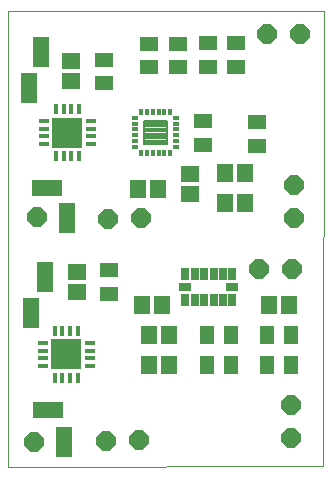
<source format=gts>
G75*
%MOIN*%
%OFA0B0*%
%FSLAX25Y25*%
%IPPOS*%
%LPD*%
%AMOC8*
5,1,8,0,0,1.08239X$1,22.5*
%
%ADD10C,0.00000*%
%ADD11R,0.05518X0.06306*%
%ADD12R,0.02756X0.04331*%
%ADD13R,0.04331X0.02756*%
%ADD14R,0.04731X0.05912*%
%ADD15R,0.10236X0.10236*%
%ADD16R,0.03543X0.01772*%
%ADD17R,0.01772X0.03543*%
%ADD18R,0.05912X0.04731*%
%ADD19R,0.06306X0.05518*%
%ADD20OC8,0.06400*%
%ADD21R,0.05400X0.10400*%
%ADD22R,0.10400X0.05400*%
%ADD23R,0.01969X0.01181*%
%ADD24R,0.02165X0.01181*%
%ADD25R,0.01181X0.01969*%
%ADD26R,0.01181X0.02165*%
%ADD27C,0.00800*%
D10*
X0020728Y0001000D02*
X0020675Y0152867D01*
X0125931Y0152769D01*
X0125743Y0001103D01*
X0020728Y0001000D01*
D11*
X0065335Y0054908D03*
X0072027Y0054908D03*
X0074307Y0044989D03*
X0067614Y0044989D03*
X0067614Y0034989D03*
X0074307Y0034989D03*
X0107614Y0054989D03*
X0114307Y0054989D03*
X0099602Y0089004D03*
X0092909Y0089004D03*
X0092919Y0098953D03*
X0099612Y0098953D03*
X0070724Y0093529D03*
X0064031Y0093529D03*
D12*
X0079781Y0065130D03*
X0082931Y0065130D03*
X0086080Y0065130D03*
X0089230Y0065130D03*
X0092380Y0065130D03*
X0095529Y0065130D03*
X0095529Y0056468D03*
X0092380Y0056468D03*
X0089230Y0056468D03*
X0086080Y0056468D03*
X0082931Y0056468D03*
X0079781Y0056468D03*
D13*
X0079781Y0060799D03*
X0095529Y0060799D03*
D14*
X0094897Y0044989D03*
X0087023Y0044989D03*
X0087023Y0034989D03*
X0094897Y0034989D03*
X0107023Y0034989D03*
X0114897Y0034989D03*
X0114897Y0044989D03*
X0107023Y0044989D03*
D15*
X0040116Y0038399D03*
X0040507Y0112353D03*
D16*
X0032633Y0113632D03*
X0032633Y0116191D03*
X0032633Y0111073D03*
X0032633Y0108514D03*
X0048381Y0108514D03*
X0048381Y0111073D03*
X0048381Y0113632D03*
X0048381Y0116191D03*
X0047990Y0042238D03*
X0047990Y0039678D03*
X0047990Y0037119D03*
X0047990Y0034560D03*
X0032242Y0034560D03*
X0032242Y0037119D03*
X0032242Y0039678D03*
X0032242Y0042238D03*
D17*
X0036277Y0046273D03*
X0038836Y0046273D03*
X0041396Y0046273D03*
X0043955Y0046273D03*
X0043955Y0030525D03*
X0041396Y0030525D03*
X0038836Y0030525D03*
X0036277Y0030525D03*
X0036668Y0104479D03*
X0039227Y0104479D03*
X0041786Y0104479D03*
X0044345Y0104479D03*
X0044345Y0120227D03*
X0041786Y0120227D03*
X0039227Y0120227D03*
X0036668Y0120227D03*
D18*
X0052583Y0128710D03*
X0052583Y0136584D03*
X0067853Y0134129D03*
X0067853Y0142003D03*
X0077537Y0141992D03*
X0077537Y0134118D03*
X0087254Y0134200D03*
X0087254Y0142074D03*
X0096847Y0142047D03*
X0096847Y0134173D03*
X0103589Y0115783D03*
X0103589Y0107909D03*
X0085638Y0108257D03*
X0085638Y0116131D03*
X0054310Y0066558D03*
X0054310Y0058684D03*
D19*
X0043849Y0059250D03*
X0043849Y0065943D03*
X0081528Y0091781D03*
X0081528Y0098474D03*
X0041805Y0129623D03*
X0041805Y0136316D03*
D20*
X0030300Y0084072D03*
X0054176Y0083618D03*
X0065132Y0083984D03*
X0104434Y0066804D03*
X0115292Y0066816D03*
X0115939Y0083988D03*
X0116168Y0094892D03*
X0118181Y0145270D03*
X0106971Y0145161D03*
X0115022Y0021425D03*
X0114926Y0010543D03*
X0064435Y0009706D03*
X0053419Y0009599D03*
X0029365Y0009036D03*
D21*
X0039484Y0009269D03*
X0028276Y0052355D03*
X0033154Y0064268D03*
X0040261Y0083818D03*
X0027554Y0127327D03*
X0031753Y0139185D03*
D22*
X0033709Y0093720D03*
X0033934Y0019728D03*
D23*
X0063027Y0107479D03*
X0063027Y0117321D03*
X0076806Y0117321D03*
X0076806Y0107479D03*
D24*
X0076708Y0109447D03*
X0076708Y0111416D03*
X0076708Y0113384D03*
X0076708Y0115353D03*
X0063125Y0115353D03*
X0063125Y0113384D03*
X0063125Y0111416D03*
X0063125Y0109447D03*
D25*
X0064995Y0105510D03*
X0074838Y0105510D03*
X0074838Y0119290D03*
X0064995Y0119290D03*
D26*
X0066964Y0119191D03*
X0068932Y0119191D03*
X0070901Y0119191D03*
X0072869Y0119191D03*
X0072869Y0105609D03*
X0070901Y0105609D03*
X0068932Y0105609D03*
X0066964Y0105609D03*
D27*
X0065980Y0108463D02*
X0065980Y0116337D01*
X0073854Y0116337D01*
X0073854Y0108463D01*
X0065980Y0108463D01*
X0065980Y0108830D02*
X0073854Y0108830D01*
X0073854Y0109629D02*
X0065980Y0109629D01*
X0065980Y0110427D02*
X0073854Y0110427D01*
X0073854Y0111226D02*
X0065980Y0111226D01*
X0065980Y0112024D02*
X0073854Y0112024D01*
X0073854Y0112823D02*
X0065980Y0112823D01*
X0065980Y0113621D02*
X0073854Y0113621D01*
X0073854Y0114420D02*
X0065980Y0114420D01*
X0065980Y0115218D02*
X0073854Y0115218D01*
X0073854Y0116017D02*
X0065980Y0116017D01*
M02*

</source>
